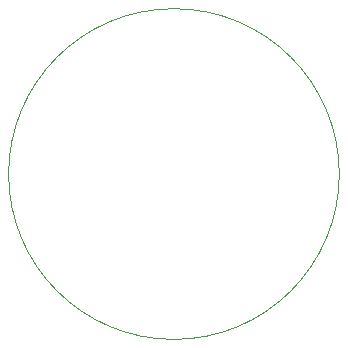
<source format=gbr>
%TF.GenerationSoftware,KiCad,Pcbnew,9.0.0*%
%TF.CreationDate,2025-05-02T12:59:00-05:00*%
%TF.ProjectId,ioWatch,696f5761-7463-4682-9e6b-696361645f70,rev?*%
%TF.SameCoordinates,Original*%
%TF.FileFunction,Profile,NP*%
%FSLAX46Y46*%
G04 Gerber Fmt 4.6, Leading zero omitted, Abs format (unit mm)*
G04 Created by KiCad (PCBNEW 9.0.0) date 2025-05-02 12:59:00*
%MOMM*%
%LPD*%
G01*
G04 APERTURE LIST*
%TA.AperFunction,Profile*%
%ADD10C,0.050000*%
%TD*%
G04 APERTURE END LIST*
D10*
X114000000Y-100000000D02*
G75*
G02*
X86000000Y-100000000I-14000000J0D01*
G01*
X86000000Y-100000000D02*
G75*
G02*
X114000000Y-100000000I14000000J0D01*
G01*
M02*

</source>
